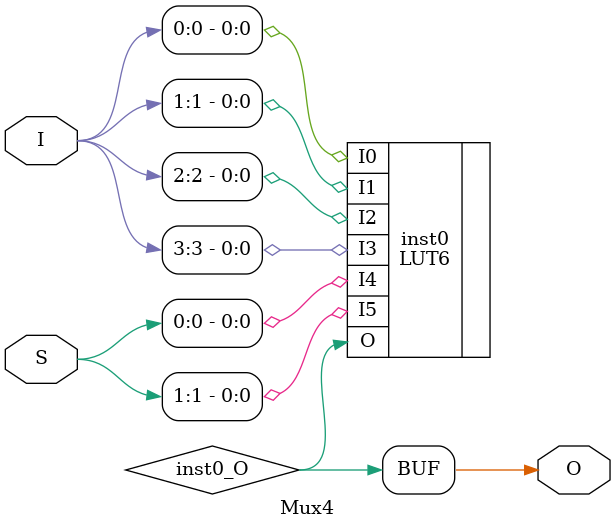
<source format=v>
module Mux4 (input [3:0] I, input [1:0] S, output  O);
wire  inst0_O;
LUT6 #(.INIT(64'hFF00F0F0CCCCAAAA)) inst0 (.I0(I[0]), .I1(I[1]), .I2(I[2]), .I3(I[3]), .I4(S[0]), .I5(S[1]), .O(inst0_O));
assign O = inst0_O;
endmodule


</source>
